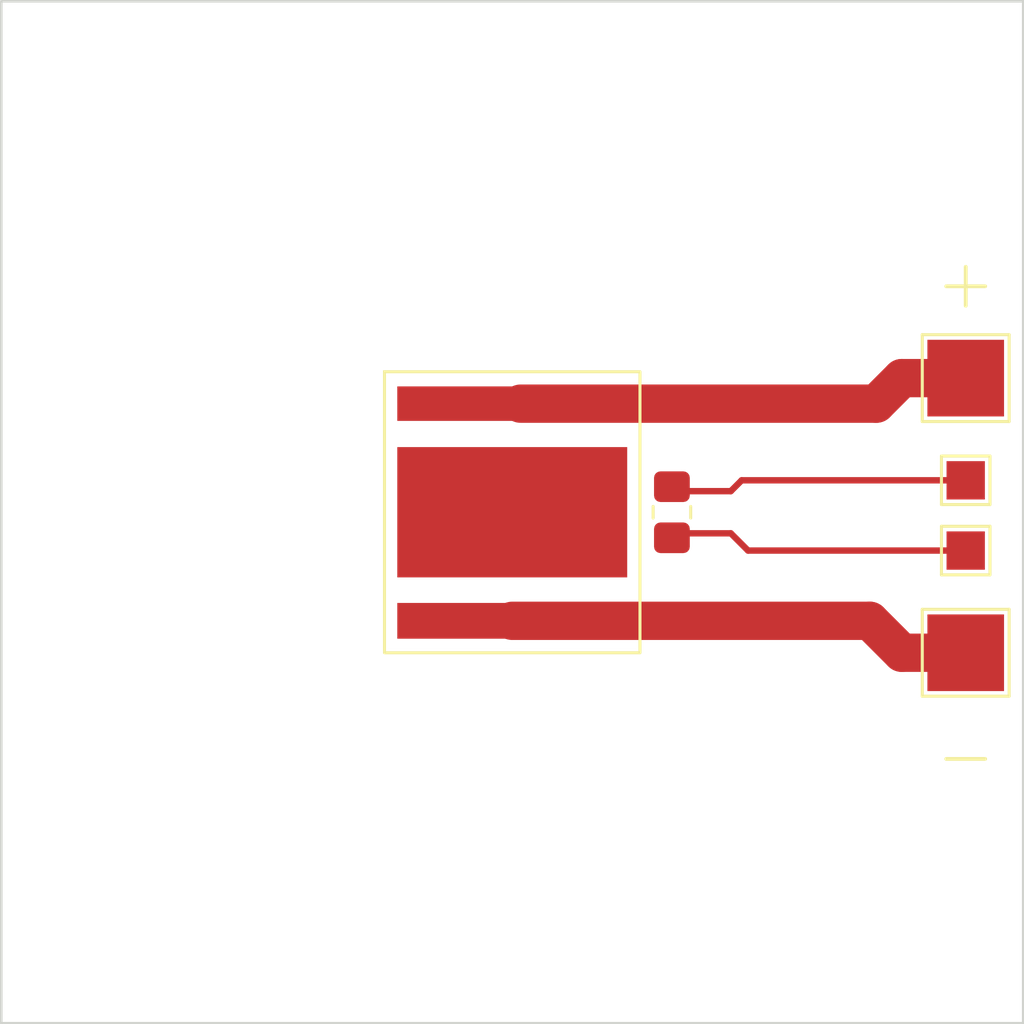
<source format=kicad_pcb>
(kicad_pcb (version 20211014) (generator pcbnew)
  (layers (0 "F.Cu" signal) (31 "B.Cu" signal) (34 "B.Paste" user) (35 "F.Paste" user) (36 "B.SilkS" user "B.Silkscreen") (37 "F.SilkS" user "F.Silkscreen") (38 "B.Mask" user) (39 "F.Mask" user) (44 "Edge.Cuts" user))
  (net 0 "")
  (net 1 "Net-(J1-Pad1)")
  (net 2 "Net-(J3-Pad1)")
  (net 4 "Net-(TH1-Pad2)")
  (net 5 "Net-(TH1-Pad1)")
  (footprint "TestPoint:TestPoint_Pad_3.0x3.0mm" (layer "F.Cu") (at 154.66 73.07)
    (fp_text reference "J1" hide)
    (fp_text value "+" hide)
    (fp_line (start -1.7 -1.7) (end 1.7 -1.7) (layer "F.SilkS") (width 0.12))
    (fp_line (start 1.7 1.7) (end -1.7 1.7) (layer "F.SilkS") (width 0.12))
    (fp_line (start 1.7 -1.7) (end 1.7 1.7) (layer "F.SilkS") (width 0.12))
    (fp_line (start -1.7 1.7) (end -1.7 -1.7) (layer "F.SilkS") (width 0.12))
    (pad "1" smd rect (at 0 0) (size 3 3) (layers "F.Cu" "F.Mask") (net 1 "Net-(J1-Pad1)"))
  )
  (footprint "TestPoint:TestPoint_Pad_1.5x1.5mm" (layer "F.Cu") (at 154.66 79.82)
    (fp_text reference "J4" hide)
    (fp_text value "temp-" hide)
    (fp_line (start 0.95 0.95) (end -0.95 0.95) (layer "F.SilkS") (width 0.12))
    (fp_line (start 0.95 -0.95) (end 0.95 0.95) (layer "F.SilkS") (width 0.12))
    (fp_line (start -0.95 -0.95) (end 0.95 -0.95) (layer "F.SilkS") (width 0.12))
    (fp_line (start -0.95 0.95) (end -0.95 -0.95) (layer "F.SilkS") (width 0.12))
    (pad "1" smd rect (at 0 0) (size 1.5 1.5) (layers "F.Cu" "F.Mask") (net 5 "Net-(TH1-Pad1)"))
  )
  (footprint "custom_lib:SBM-120-UV" (layer "F.Cu") (at 136.91 78.32)
    (fp_text reference "U1" hide)
    (fp_text value "SBM-120-UV")
    (fp_rect (start -5 -5.5) (end 5 5.5) (layer "F.SilkS") (width 0.12) (fill none))
    (pad "1" smd custom (at 0.00025 -3.92475) (size 9 0.7) (layers "F.Cu" "F.Paste" "F.Mask") (net 1 "Net-(J1-Pad1)") (options (clearance outline) (anchor rect)) (primitives (gr_poly (pts (xy 3.8 -0.35) (xy -4.5 -0.35) (xy -4.5 -1) (xy 3.8 -1)) (width 0.001) (fill yes))))
    (pad "2" smd rect (at 0 4.25) (size 9 1.4) (layers "F.Cu" "F.Paste" "F.Mask") (net 2 "Net-(J3-Pad1)"))
    (pad "3" smd rect (at 0 0) (size 9 5.1) (layers "F.Cu" "F.Paste" "F.Mask"))
  )
  (footprint "TestPoint:TestPoint_Pad_1.5x1.5mm" (layer "F.Cu") (at 154.66 77.07)
    (fp_text reference "J2" hide)
    (fp_text value "temp+" hide)
    (fp_line (start 0.95 0.95) (end -0.95 0.95) (layer "F.SilkS") (width 0.12))
    (fp_line (start -0.95 -0.95) (end 0.95 -0.95) (layer "F.SilkS") (width 0.12))
    (fp_line (start -0.95 0.95) (end -0.95 -0.95) (layer "F.SilkS") (width 0.12))
    (fp_line (start 0.95 -0.95) (end 0.95 0.95) (layer "F.SilkS") (width 0.12))
    (pad "1" smd rect (at 0 0) (size 1.5 1.5) (layers "F.Cu" "F.Mask") (net 4 "Net-(TH1-Pad2)"))
  )
  (footprint "MountingHole:MountingHole_3.2mm_M3" (layer "F.Cu") (at 153.41 61.82)
    (fp_text reference "H3" hide)
    (fp_text value "MountingHole" hide)
    (pad "" np_thru_hole circle (at 0 0) (size 3.2 3.2) (drill 3.2) (layers *.Cu *.Mask))
  )
  (footprint "MountingHole:MountingHole_3.2mm_M3" (layer "F.Cu") (at 120.41 94.82)
    (fp_text reference "H4" hide)
    (fp_text value "MountingHole" hide)
    (pad "" np_thru_hole circle (at 0 0) (size 3.2 3.2) (drill 3.2) (layers *.Cu *.Mask))
  )
  (footprint "Resistor_SMD:R_0805_2012Metric_Pad1.20x1.40mm_HandSolder" (layer "F.Cu") (at 143.16 78.32 90)
    (fp_text reference "TH1" hide)
    (fp_text value "Thermistor_NTC")
    (fp_line (start -0.227064 0.735) (end 0.227064 0.735) (layer "F.SilkS") (width 0.12))
    (fp_line (start -0.227064 -0.735) (end 0.227064 -0.735) (layer "F.SilkS") (width 0.12))
    (pad "1" smd roundrect (at -1 0 90) (size 1.2 1.4) (layers "F.Cu" "F.Paste" "F.Mask") (roundrect_rratio 0.2083333333) (net 5 "Net-(TH1-Pad1)"))
    (pad "2" smd roundrect (at 1 0 90) (size 1.2 1.4) (layers "F.Cu" "F.Paste" "F.Mask") (roundrect_rratio 0.2083333333) (net 4 "Net-(TH1-Pad2)"))
  )
  (footprint "MountingHole:MountingHole_3.2mm_M3" (layer "F.Cu") (at 153.41 94.82)
    (fp_text reference "H1" hide)
    (fp_text value "MountingHole" hide)
    (pad "" np_thru_hole circle (at 0 0) (size 3.2 3.2) (drill 3.2) (layers *.Cu *.Mask))
  )
  (footprint "TestPoint:TestPoint_Pad_3.0x3.0mm" (layer "F.Cu") (at 154.66 83.82)
    (fp_text reference "J3" hide)
    (fp_text value "-" hide)
    (fp_line (start 1.7 1.7) (end -1.7 1.7) (layer "F.SilkS") (width 0.12))
    (fp_line (start 1.7 -1.7) (end 1.7 1.7) (layer "F.SilkS") (width 0.12))
    (fp_line (start -1.7 1.7) (end -1.7 -1.7) (layer "F.SilkS") (width 0.12))
    (fp_line (start -1.7 -1.7) (end 1.7 -1.7) (layer "F.SilkS") (width 0.12))
    (pad "1" smd rect (at 0 0) (size 3 3) (layers "F.Cu" "F.Mask") (net 2 "Net-(J3-Pad1)"))
  )
  (footprint "MountingHole:MountingHole_3.2mm_M3" (layer "F.Cu") (at 120.41 61.82)
    (fp_text reference "H2" hide)
    (fp_text value "MountingHole" hide)
    (pad "" np_thru_hole circle (at 0 0) (size 3.2 3.2) (drill 3.2) (layers *.Cu *.Mask))
  )
  (gr_rect (start 116.91 58.32) (end 156.91 98.32) (layer "Edge.Cuts") (width 0.1) (fill none))
  (gr_text "-" (at 154.66 87.82) (layer "F.SilkS") (effects (font (size 2 2))))
  (gr_text "+" (at 154.66 69.32) (layer "F.SilkS") (effects (font (size 2 2))))
  (segment (start 151.16 74.07) (end 137.2355 74.07) (width 1.5) (layer "F.Cu") (net 1))
  (segment (start 152.16 73.07) (end 154.66 73.07) (width 1.5) (layer "F.Cu") (net 1))
  (segment (start 151.16 74.07) (end 152.16 73.07) (width 1.5) (layer "F.Cu") (net 1))
  (segment (start 152.16 83.82) (end 154.66 83.82) (width 1.5) (layer "F.Cu") (net 2))
  (segment (start 150.91 82.57) (end 152.16 83.82) (width 1.5) (layer "F.Cu") (net 2))
  (segment (start 136.91 82.57) (end 150.91 82.57) (width 1.5) (layer "F.Cu") (net 2))
  (segment (start 143.335 77.495) (end 143.16 77.32) (width 0.25) (layer "F.Cu") (net 4))
  (segment (start 145.465 77.495) (end 143.335 77.495) (width 0.25) (layer "F.Cu") (net 4))
  (segment (start 145.465 77.495) (end 145.89 77.07) (width 0.25) (layer "F.Cu") (net 4))
  (segment (start 145.89 77.07) (end 154.66 77.07) (width 0.25) (layer "F.Cu") (net 4))
  (segment (start 146.14 79.82) (end 154.66 79.82) (width 0.25) (layer "F.Cu") (net 5))
  (segment (start 145.465 79.145) (end 146.14 79.82) (width 0.25) (layer "F.Cu") (net 5))
  (segment (start 145.465 79.145) (end 143.335 79.145) (width 0.25) (layer "F.Cu") (net 5))
  (segment (start 143.335 79.145) (end 143.16 79.32) (width 0.25) (layer "F.Cu") (net 5))
)
</source>
